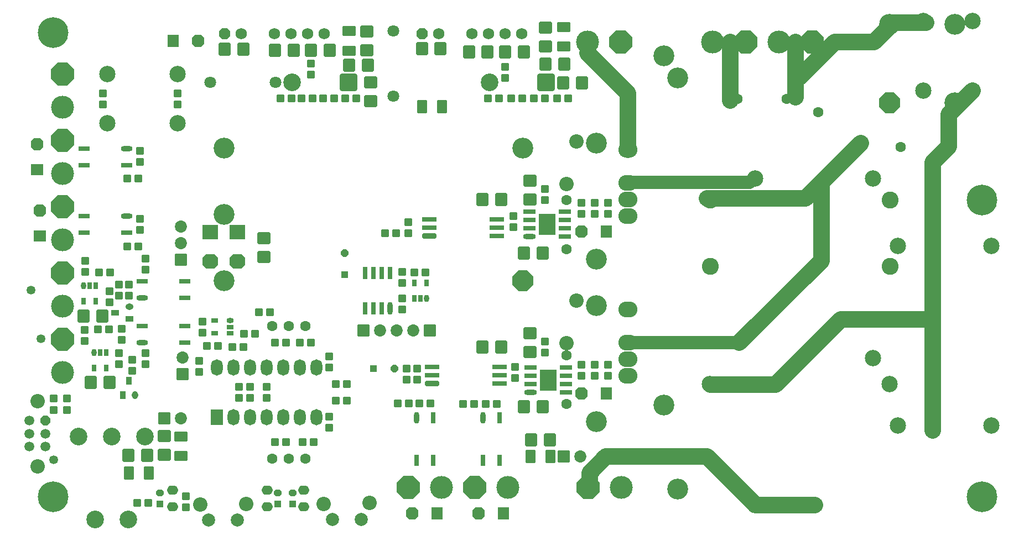
<source format=gbs>
G04 Layer_Color=16711935*
%FSLAX25Y25*%
%MOIN*%
G70*
G01*
G75*
%ADD87C,0.10000*%
%ADD88C,0.08000*%
%ADD95C,0.08674*%
%ADD96C,0.05918*%
%ADD97P,0.06406X8X292.5*%
%ADD98C,0.09855*%
%ADD99C,0.07887*%
%ADD100C,0.06800*%
%ADD101P,0.07360X8X22.5*%
%ADD102C,0.07300*%
G04:AMPARAMS|DCode=103|XSize=73mil|YSize=73mil|CornerRadius=7.25mil|HoleSize=0mil|Usage=FLASHONLY|Rotation=180.000|XOffset=0mil|YOffset=0mil|HoleType=Round|Shape=RoundedRectangle|*
%AMROUNDEDRECTD103*
21,1,0.07300,0.05850,0,0,180.0*
21,1,0.05850,0.07300,0,0,180.0*
1,1,0.01450,-0.02925,0.02925*
1,1,0.01450,0.02925,0.02925*
1,1,0.01450,0.02925,-0.02925*
1,1,0.01450,-0.02925,-0.02925*
%
%ADD103ROUNDEDRECTD103*%
%ADD104C,0.12611*%
%ADD105P,0.13650X8X292.5*%
G04:AMPARAMS|DCode=106|XSize=73mil|YSize=73mil|CornerRadius=7.25mil|HoleSize=0mil|Usage=FLASHONLY|Rotation=90.000|XOffset=0mil|YOffset=0mil|HoleType=Round|Shape=RoundedRectangle|*
%AMROUNDEDRECTD106*
21,1,0.07300,0.05850,0,0,90.0*
21,1,0.05850,0.07300,0,0,90.0*
1,1,0.01450,0.02925,0.02925*
1,1,0.01450,0.02925,-0.02925*
1,1,0.01450,-0.02925,-0.02925*
1,1,0.01450,-0.02925,0.02925*
%
%ADD106ROUNDEDRECTD106*%
%ADD107C,0.10642*%
G04:AMPARAMS|DCode=108|XSize=106.42mil|YSize=106.42mil|CornerRadius=13.84mil|HoleSize=0mil|Usage=FLASHONLY|Rotation=0.000|XOffset=0mil|YOffset=0mil|HoleType=Round|Shape=RoundedRectangle|*
%AMROUNDEDRECTD108*
21,1,0.10642,0.07874,0,0,0.0*
21,1,0.07874,0.10642,0,0,0.0*
1,1,0.02769,0.03937,-0.03937*
1,1,0.02769,-0.03937,-0.03937*
1,1,0.02769,-0.03937,0.03937*
1,1,0.02769,0.03937,0.03937*
%
%ADD108ROUNDEDRECTD108*%
%ADD109C,0.07099*%
%ADD110P,0.13650X8X202.5*%
%ADD111P,0.14929X8X292.5*%
%ADD112C,0.13792*%
%ADD113C,0.10249*%
%ADD114C,0.06312*%
%ADD115O,0.06706X0.05524*%
%ADD116P,0.14929X8X202.5*%
%ADD117O,0.11430X0.09619*%
%ADD118O,0.07200X0.09800*%
%ADD119R,0.07200X0.09800*%
%ADD120C,0.18517*%
%ADD121C,0.05300*%
G04:AMPARAMS|DCode=122|XSize=48mil|YSize=48mil|CornerRadius=7mil|HoleSize=0mil|Usage=FLASHONLY|Rotation=180.000|XOffset=0mil|YOffset=0mil|HoleType=Round|Shape=RoundedRectangle|*
%AMROUNDEDRECTD122*
21,1,0.04800,0.03400,0,0,180.0*
21,1,0.03400,0.04800,0,0,180.0*
1,1,0.01400,-0.01700,0.01700*
1,1,0.01400,0.01700,0.01700*
1,1,0.01400,0.01700,-0.01700*
1,1,0.01400,-0.01700,-0.01700*
%
%ADD122ROUNDEDRECTD122*%
%ADD123R,0.04800X0.03800*%
%ADD124O,0.04800X0.03800*%
%ADD125R,0.03800X0.04800*%
%ADD126O,0.03800X0.04800*%
%ADD127O,0.03162X0.04343*%
%ADD128R,0.03162X0.04343*%
%ADD129O,0.07690X0.03162*%
%ADD130R,0.07690X0.03162*%
%ADD131R,0.10249X0.13005*%
G04:AMPARAMS|DCode=132|XSize=31.62mil|YSize=88.71mil|CornerRadius=0mil|HoleSize=0mil|Usage=FLASHONLY|Rotation=270.000|XOffset=0mil|YOffset=0mil|HoleType=Round|Shape=Octagon|*
%AMOCTAGOND132*
4,1,8,0.04435,0.00791,0.04435,-0.00791,0.03645,-0.01581,-0.03645,-0.01581,-0.04435,-0.00791,-0.04435,0.00791,-0.03645,0.01581,0.03645,0.01581,0.04435,0.00791,0.0*
%
%ADD132OCTAGOND132*%

%ADD133R,0.08871X0.03162*%
%ADD134R,0.03162X0.07690*%
%ADD135O,0.03162X0.07690*%
G04:AMPARAMS|DCode=136|XSize=48mil|YSize=48mil|CornerRadius=7mil|HoleSize=0mil|Usage=FLASHONLY|Rotation=270.000|XOffset=0mil|YOffset=0mil|HoleType=Round|Shape=RoundedRectangle|*
%AMROUNDEDRECTD136*
21,1,0.04800,0.03400,0,0,270.0*
21,1,0.03400,0.04800,0,0,270.0*
1,1,0.01400,-0.01700,-0.01700*
1,1,0.01400,-0.01700,0.01700*
1,1,0.01400,0.01700,0.01700*
1,1,0.01400,0.01700,-0.01700*
%
%ADD136ROUNDEDRECTD136*%
G04:AMPARAMS|DCode=137|XSize=71mil|YSize=79mil|CornerRadius=8.73mil|HoleSize=0mil|Usage=FLASHONLY|Rotation=90.000|XOffset=0mil|YOffset=0mil|HoleType=Round|Shape=RoundedRectangle|*
%AMROUNDEDRECTD137*
21,1,0.07100,0.06155,0,0,90.0*
21,1,0.05355,0.07900,0,0,90.0*
1,1,0.01745,0.03078,0.02678*
1,1,0.01745,0.03078,-0.02678*
1,1,0.01745,-0.03078,-0.02678*
1,1,0.01745,-0.03078,0.02678*
%
%ADD137ROUNDEDRECTD137*%
G04:AMPARAMS|DCode=138|XSize=71mil|YSize=79mil|CornerRadius=8.73mil|HoleSize=0mil|Usage=FLASHONLY|Rotation=0.000|XOffset=0mil|YOffset=0mil|HoleType=Round|Shape=RoundedRectangle|*
%AMROUNDEDRECTD138*
21,1,0.07100,0.06155,0,0,0.0*
21,1,0.05355,0.07900,0,0,0.0*
1,1,0.01745,0.02678,-0.03078*
1,1,0.01745,-0.02678,-0.03078*
1,1,0.01745,-0.02678,0.03078*
1,1,0.01745,0.02678,0.03078*
%
%ADD138ROUNDEDRECTD138*%
%ADD139R,0.09461X0.08871*%
G04:AMPARAMS|DCode=140|XSize=94.61mil|YSize=88.71mil|CornerRadius=0mil|HoleSize=0mil|Usage=FLASHONLY|Rotation=0.000|XOffset=0mil|YOffset=0mil|HoleType=Round|Shape=Octagon|*
%AMOCTAGOND140*
4,1,8,0.04731,-0.02218,0.04731,0.02218,0.02513,0.04435,-0.02513,0.04435,-0.04731,0.02218,-0.04731,-0.02218,-0.02513,-0.04435,0.02513,-0.04435,0.04731,-0.02218,0.0*
%
%ADD140OCTAGOND140*%

%ADD141R,0.07099X0.03162*%
%ADD142O,0.07099X0.03162*%
%ADD143R,0.07493X0.07099*%
G04:AMPARAMS|DCode=144|XSize=74.93mil|YSize=70.99mil|CornerRadius=0mil|HoleSize=0mil|Usage=FLASHONLY|Rotation=0.000|XOffset=0mil|YOffset=0mil|HoleType=Round|Shape=Octagon|*
%AMOCTAGOND144*
4,1,8,0.03747,-0.01775,0.03747,0.01775,0.01972,0.03550,-0.01972,0.03550,-0.03747,0.01775,-0.03747,-0.01775,-0.01972,-0.03550,0.01972,-0.03550,0.03747,-0.01775,0.0*
%
%ADD144OCTAGOND144*%

G04:AMPARAMS|DCode=145|XSize=74.93mil|YSize=70.99mil|CornerRadius=0mil|HoleSize=0mil|Usage=FLASHONLY|Rotation=270.000|XOffset=0mil|YOffset=0mil|HoleType=Round|Shape=Octagon|*
%AMOCTAGOND145*
4,1,8,-0.01775,-0.03747,0.01775,-0.03747,0.03550,-0.01972,0.03550,0.01972,0.01775,0.03747,-0.01775,0.03747,-0.03550,0.01972,-0.03550,-0.01972,-0.01775,-0.03747,0.0*
%
%ADD145OCTAGOND145*%

%ADD146R,0.07099X0.07493*%
%ADD147P,0.04701X8X292.5*%
%ADD148R,0.04343X0.04343*%
%ADD149P,0.04701X8X22.5*%
%ADD150R,0.04343X0.04343*%
G04:AMPARAMS|DCode=151|XSize=43.43mil|YSize=41.47mil|CornerRadius=0mil|HoleSize=0mil|Usage=FLASHONLY|Rotation=0.000|XOffset=0mil|YOffset=0mil|HoleType=Round|Shape=Octagon|*
%AMOCTAGOND151*
4,1,8,0.02172,-0.01037,0.02172,0.01037,0.01135,0.02073,-0.01135,0.02073,-0.02172,0.01037,-0.02172,-0.01037,-0.01135,-0.02073,0.01135,-0.02073,0.02172,-0.01037,0.0*
%
%ADD151OCTAGOND151*%

%ADD152R,0.04343X0.04147*%
%ADD153R,0.04343X0.03162*%
%ADD154O,0.04343X0.03162*%
G04:AMPARAMS|DCode=155|XSize=63.12mil|YSize=78.87mil|CornerRadius=8.13mil|HoleSize=0mil|Usage=FLASHONLY|Rotation=90.000|XOffset=0mil|YOffset=0mil|HoleType=Round|Shape=RoundedRectangle|*
%AMROUNDEDRECTD155*
21,1,0.06312,0.06260,0,0,90.0*
21,1,0.04685,0.07887,0,0,90.0*
1,1,0.01627,0.03130,0.02343*
1,1,0.01627,0.03130,-0.02343*
1,1,0.01627,-0.03130,-0.02343*
1,1,0.01627,-0.03130,0.02343*
%
%ADD155ROUNDEDRECTD155*%
G04:AMPARAMS|DCode=156|XSize=63.12mil|YSize=78.87mil|CornerRadius=8.13mil|HoleSize=0mil|Usage=FLASHONLY|Rotation=0.000|XOffset=0mil|YOffset=0mil|HoleType=Round|Shape=RoundedRectangle|*
%AMROUNDEDRECTD156*
21,1,0.06312,0.06260,0,0,0.0*
21,1,0.04685,0.07887,0,0,0.0*
1,1,0.01627,0.02343,-0.03130*
1,1,0.01627,-0.02343,-0.03130*
1,1,0.01627,-0.02343,0.03130*
1,1,0.01627,0.02343,0.03130*
%
%ADD156ROUNDEDRECTD156*%
%ADD157O,0.03162X0.07099*%
%ADD158R,0.03162X0.07099*%
G54D87*
X478346Y210630D02*
Y214567D01*
X488189Y224410D01*
X549213D01*
X578547Y195075D01*
X613980D01*
X685039Y240158D02*
Y401575D01*
X694882Y411417D01*
Y430882D01*
X709000Y445000D01*
X681102Y486221D02*
X661417D01*
X649606Y474409D01*
X625984D01*
X604331Y452756D01*
X602362Y440945D02*
Y474409D01*
X562992D02*
Y438976D01*
X549213Y379921D02*
X608268D01*
X618110Y389764D01*
Y389764D02*
X641732Y413386D01*
X618110Y389764D02*
Y342520D01*
X568590Y293000D01*
X551181Y267717D02*
X590551D01*
X629921Y307087D01*
X683071D01*
X501500Y443382D02*
X477000Y467882D01*
X501500Y443382D02*
Y409500D01*
G54D88*
X501500Y293000D02*
X568590D01*
X574803Y389764D02*
X501968D01*
G54D95*
X145669Y218504D02*
D03*
Y257874D02*
D03*
X243721Y195374D02*
D03*
X271280Y195768D02*
D03*
X318220Y195874D02*
D03*
X345779Y196268D02*
D03*
X464547Y292705D02*
D03*
X470453Y318295D02*
D03*
X464547Y388705D02*
D03*
X470453Y414295D02*
D03*
G54D96*
X140748Y230315D02*
D03*
Y238189D02*
D03*
X150591D02*
D03*
Y230315D02*
D03*
X140748Y246063D02*
D03*
G54D97*
X150591Y246063D02*
D03*
G54D98*
X230000Y425472D02*
D03*
Y455000D02*
D03*
X187874D02*
D03*
Y425472D02*
D03*
X550732Y268000D02*
D03*
X578000Y195075D02*
D03*
X664000Y243000D02*
D03*
X659000Y268000D02*
D03*
X649000Y283866D02*
D03*
X664000Y351268D02*
D03*
X649000Y392134D02*
D03*
X709000Y445000D02*
D03*
Y487126D02*
D03*
X679472D02*
D03*
Y445000D02*
D03*
X720472Y351378D02*
D03*
Y243110D02*
D03*
X578000Y391925D02*
D03*
G54D99*
X248839Y185925D02*
D03*
X266161D02*
D03*
X323339Y186425D02*
D03*
X340661D02*
D03*
G54D100*
X437500Y479500D02*
D03*
X427500D02*
D03*
X417500D02*
D03*
X407500D02*
D03*
X387500D02*
D03*
X318500D02*
D03*
X308500D02*
D03*
X298500D02*
D03*
X288500D02*
D03*
X268500D02*
D03*
G54D101*
X377500Y479500D02*
D03*
X258500D02*
D03*
G54D102*
X232000Y247500D02*
D03*
X233000Y284000D02*
D03*
X232000Y353000D02*
D03*
Y363000D02*
D03*
X352000Y300374D02*
D03*
X362000D02*
D03*
X372000D02*
D03*
X472598Y224410D02*
D03*
G54D103*
X222000Y247500D02*
D03*
X342000Y300374D02*
D03*
X382000D02*
D03*
X462598Y224410D02*
D03*
G54D104*
X258000Y330500D02*
D03*
Y370500D02*
D03*
Y410500D02*
D03*
X438000D02*
D03*
X482500Y413500D02*
D03*
X531496Y452756D02*
D03*
X522991Y466112D02*
D03*
X482500Y343500D02*
D03*
Y315500D02*
D03*
Y245500D02*
D03*
X531496Y204724D02*
D03*
X523000Y255500D02*
D03*
X698500Y437756D02*
D03*
Y485000D02*
D03*
X659130D02*
D03*
G54D105*
X659130Y437756D02*
D03*
G54D106*
X233000Y274000D02*
D03*
X232000Y343000D02*
D03*
G54D107*
X180500Y186500D02*
D03*
X200500D02*
D03*
X210500Y236500D02*
D03*
X190500D02*
D03*
X170500D02*
D03*
X299000Y450000D02*
D03*
X418000D02*
D03*
G54D108*
X452000Y450000D02*
D03*
X333000D02*
D03*
G54D109*
X360000Y441815D02*
D03*
Y481185D02*
D03*
X289185Y450000D02*
D03*
X249815D02*
D03*
G54D110*
X438000Y330500D02*
D03*
G54D111*
X160748Y295000D02*
D03*
Y335000D02*
D03*
Y375000D02*
D03*
Y415000D02*
D03*
Y455000D02*
D03*
G54D112*
X160748Y275000D02*
D03*
Y315000D02*
D03*
Y355000D02*
D03*
Y395000D02*
D03*
Y435000D02*
D03*
X389000Y205748D02*
D03*
X429000D02*
D03*
X497500D02*
D03*
X592500Y474252D02*
D03*
X552500D02*
D03*
X477000D02*
D03*
G54D113*
X551232Y339000D02*
D03*
Y379157D02*
D03*
X659500Y339000D02*
D03*
Y379157D02*
D03*
G54D114*
X287000Y223000D02*
D03*
X297000D02*
D03*
X307000D02*
D03*
Y303000D02*
D03*
X297000D02*
D03*
X287000D02*
D03*
X464500Y256000D02*
D03*
Y285528D02*
D03*
Y349500D02*
D03*
Y379028D02*
D03*
X567421Y440000D02*
D03*
X596949D02*
D03*
X616142Y432087D02*
D03*
Y461614D02*
D03*
X665736Y411000D02*
D03*
X695264D02*
D03*
G54D115*
X227000Y194000D02*
D03*
Y204000D02*
D03*
X284000Y194000D02*
D03*
Y204000D02*
D03*
X306000Y194000D02*
D03*
Y204000D02*
D03*
G54D116*
X369000Y205748D02*
D03*
X409000D02*
D03*
X477500D02*
D03*
X612500Y474252D02*
D03*
X572500D02*
D03*
X497000D02*
D03*
G54D117*
X501500Y273000D02*
D03*
Y283000D02*
D03*
Y293000D02*
D03*
Y313000D02*
D03*
Y369500D02*
D03*
Y379500D02*
D03*
Y389500D02*
D03*
Y409500D02*
D03*
G54D118*
X263653Y248000D02*
D03*
X273654D02*
D03*
X283653D02*
D03*
X293653D02*
D03*
X303654D02*
D03*
X313653D02*
D03*
Y278000D02*
D03*
X303654D02*
D03*
X293653D02*
D03*
X283653D02*
D03*
X273654D02*
D03*
X263653D02*
D03*
X253654D02*
D03*
G54D119*
X253654Y248000D02*
D03*
G54D120*
X155000Y200000D02*
D03*
Y480000D02*
D03*
X714685Y200000D02*
D03*
Y379000D02*
D03*
G54D121*
X155512Y222441D02*
D03*
X147638Y295276D02*
D03*
X141732Y324803D02*
D03*
G54D122*
X235000Y193654D02*
D03*
Y200346D02*
D03*
X283653Y259653D02*
D03*
Y266347D02*
D03*
X273654D02*
D03*
X267000D02*
D03*
Y259653D02*
D03*
X273654D02*
D03*
X243000Y275500D02*
D03*
Y282193D02*
D03*
X245000Y299153D02*
D03*
Y305847D02*
D03*
X210630Y337205D02*
D03*
Y343898D02*
D03*
X200787Y328150D02*
D03*
Y321457D02*
D03*
X194882D02*
D03*
Y328150D02*
D03*
X188976Y324213D02*
D03*
Y317520D02*
D03*
X196500Y301346D02*
D03*
Y294654D02*
D03*
X194882Y286811D02*
D03*
Y280118D02*
D03*
X202756Y282874D02*
D03*
Y276181D02*
D03*
X210630Y280118D02*
D03*
Y286811D02*
D03*
X174000Y294153D02*
D03*
Y300847D02*
D03*
X174500Y335653D02*
D03*
Y342347D02*
D03*
X207500Y361154D02*
D03*
Y367846D02*
D03*
Y402153D02*
D03*
Y408847D02*
D03*
X230000Y436654D02*
D03*
Y443347D02*
D03*
X185000D02*
D03*
Y436654D02*
D03*
X310500Y454654D02*
D03*
Y461346D02*
D03*
X369017Y365846D02*
D03*
Y359154D02*
D03*
X365500Y335720D02*
D03*
Y329028D02*
D03*
Y319721D02*
D03*
Y313028D02*
D03*
X368000Y277346D02*
D03*
X374500D02*
D03*
Y270654D02*
D03*
X368000D02*
D03*
X321500Y278153D02*
D03*
Y284846D02*
D03*
Y248346D02*
D03*
Y241653D02*
D03*
X433500Y271654D02*
D03*
X451500Y287154D02*
D03*
X473500Y273153D02*
D03*
X481500D02*
D03*
X489500D02*
D03*
Y279847D02*
D03*
X481500D02*
D03*
X473500D02*
D03*
X451500Y293847D02*
D03*
X433500Y278346D02*
D03*
X432517Y362653D02*
D03*
X451500Y379153D02*
D03*
X473517Y377346D02*
D03*
Y370654D02*
D03*
X481517D02*
D03*
Y377346D02*
D03*
X489517D02*
D03*
Y370654D02*
D03*
X451500Y385846D02*
D03*
X432517Y369346D02*
D03*
X427500Y452852D02*
D03*
Y459546D02*
D03*
X163386Y259252D02*
D03*
Y252559D02*
D03*
X155512D02*
D03*
Y259252D02*
D03*
G54D123*
X201181Y307283D02*
D03*
X192520Y311024D02*
D03*
G54D124*
X201181Y314764D02*
D03*
G54D125*
X200787Y270079D02*
D03*
X197047Y261417D02*
D03*
G54D126*
X204528Y261417D02*
D03*
G54D127*
X179760Y287224D02*
D03*
X173425Y327559D02*
D03*
X380240Y319650D02*
D03*
G54D128*
X187240Y277776D02*
D03*
Y287224D02*
D03*
X183500D02*
D03*
X179760Y277776D02*
D03*
X180905Y318110D02*
D03*
X173425D02*
D03*
X177165Y327559D02*
D03*
X180905D02*
D03*
X372760Y319650D02*
D03*
X376500D02*
D03*
X372760Y329098D02*
D03*
X380240D02*
D03*
G54D129*
X442870Y263000D02*
D03*
X442220Y357000D02*
D03*
G54D130*
X442870Y268000D02*
D03*
Y273000D02*
D03*
Y278000D02*
D03*
X464130Y273000D02*
D03*
Y268000D02*
D03*
Y263000D02*
D03*
Y278000D02*
D03*
X463480Y357000D02*
D03*
Y362000D02*
D03*
Y367000D02*
D03*
Y372000D02*
D03*
X442220D02*
D03*
Y367000D02*
D03*
Y362000D02*
D03*
G54D131*
X453500Y270500D02*
D03*
X452850Y364500D02*
D03*
G54D132*
X381741Y357500D02*
D03*
X383449Y268500D02*
D03*
G54D133*
X381741Y362500D02*
D03*
Y367500D02*
D03*
X422292Y362500D02*
D03*
Y357500D02*
D03*
Y367500D02*
D03*
X383449Y278500D02*
D03*
Y273500D02*
D03*
X424000D02*
D03*
Y268500D02*
D03*
Y278500D02*
D03*
G54D134*
X343000Y313744D02*
D03*
X348000D02*
D03*
X353000D02*
D03*
Y335004D02*
D03*
X358000D02*
D03*
X348000D02*
D03*
X343000D02*
D03*
G54D135*
X358000Y313744D02*
D03*
G54D136*
X205654Y196500D02*
D03*
X212347D02*
D03*
X288653Y233000D02*
D03*
X295346D02*
D03*
X305307D02*
D03*
X312000D02*
D03*
X325307Y258000D02*
D03*
X332000D02*
D03*
Y268000D02*
D03*
X325307D02*
D03*
X362653Y256500D02*
D03*
X369346D02*
D03*
X375654D02*
D03*
X382347D02*
D03*
X402153Y256000D02*
D03*
X408847D02*
D03*
X415654D02*
D03*
X422346D02*
D03*
X379346Y335374D02*
D03*
X372654D02*
D03*
X361846Y359000D02*
D03*
X355153D02*
D03*
X310347Y293000D02*
D03*
X303654D02*
D03*
X295346D02*
D03*
X285846Y311500D02*
D03*
X279153D02*
D03*
X276847Y298500D02*
D03*
X288653Y293000D02*
D03*
X270153Y298500D02*
D03*
X269847Y290500D02*
D03*
X263154D02*
D03*
X254346Y291000D02*
D03*
X247654D02*
D03*
X206347Y351000D02*
D03*
X199653D02*
D03*
X189347Y335500D02*
D03*
X182653D02*
D03*
X182153Y301000D02*
D03*
X188847D02*
D03*
X199653Y392000D02*
D03*
X206347D02*
D03*
X292154Y440500D02*
D03*
X298847D02*
D03*
X304654D02*
D03*
X311347D02*
D03*
X317653D02*
D03*
X324346D02*
D03*
X331153D02*
D03*
X337846D02*
D03*
X417154D02*
D03*
X423846D02*
D03*
X430955D02*
D03*
X437647D02*
D03*
X444756D02*
D03*
X451448D02*
D03*
X458653D02*
D03*
X465346D02*
D03*
G54D137*
X222000Y225400D02*
D03*
Y236600D02*
D03*
X282000Y344900D02*
D03*
Y356100D02*
D03*
X346500Y438900D02*
D03*
Y450100D02*
D03*
X344000Y469400D02*
D03*
Y480600D02*
D03*
X442500Y390600D02*
D03*
Y379400D02*
D03*
Y298600D02*
D03*
Y287400D02*
D03*
X451801Y471900D02*
D03*
Y483100D02*
D03*
G54D138*
X200400Y225000D02*
D03*
X211600D02*
D03*
X189100Y269000D02*
D03*
X177900D02*
D03*
X184734Y309055D02*
D03*
X173534D02*
D03*
X321600Y469500D02*
D03*
X333400Y460500D02*
D03*
X344600D02*
D03*
X377300Y470500D02*
D03*
X388500D02*
D03*
X405599Y468500D02*
D03*
X416799D02*
D03*
X427400D02*
D03*
X438600D02*
D03*
X451900Y461199D02*
D03*
X462400Y449801D02*
D03*
X473600D02*
D03*
X463100Y461199D02*
D03*
X425100Y379500D02*
D03*
X413900D02*
D03*
X438900Y347000D02*
D03*
X450100D02*
D03*
X425100Y290500D02*
D03*
X413900D02*
D03*
X438900Y254500D02*
D03*
X443219Y234252D02*
D03*
X454419D02*
D03*
X450100Y254500D02*
D03*
X310400Y469500D02*
D03*
X300100D02*
D03*
X288900D02*
D03*
X269600Y470000D02*
D03*
X258400D02*
D03*
G54D139*
X266000Y359858D02*
D03*
X249645D02*
D03*
G54D140*
X266000Y342142D02*
D03*
X249645D02*
D03*
G54D141*
X234295Y293000D02*
D03*
Y303000D02*
D03*
Y320000D02*
D03*
Y330000D02*
D03*
X199295Y359500D02*
D03*
X208705Y330000D02*
D03*
Y303000D02*
D03*
X173705Y359500D02*
D03*
Y369500D02*
D03*
X199295Y400000D02*
D03*
X173705D02*
D03*
Y410000D02*
D03*
G54D142*
X208705Y293000D02*
D03*
Y320000D02*
D03*
X199295Y369500D02*
D03*
Y410000D02*
D03*
G54D143*
X147000Y357421D02*
D03*
X145500Y397421D02*
D03*
G54D144*
X147000Y372579D02*
D03*
X145500Y412579D02*
D03*
G54D145*
X371421Y190000D02*
D03*
X411421D02*
D03*
X473421Y262500D02*
D03*
X473438Y360000D02*
D03*
X242579Y475000D02*
D03*
G54D146*
X386579Y190000D02*
D03*
X426579D02*
D03*
X488579Y262500D02*
D03*
X488595Y360000D02*
D03*
X227421Y475000D02*
D03*
G54D147*
X360898Y277500D02*
D03*
G54D148*
X348102Y277500D02*
D03*
G54D149*
X330709Y346949D02*
D03*
G54D150*
X330709Y334154D02*
D03*
G54D151*
X219500Y202248D02*
D03*
X290500D02*
D03*
X299500D02*
D03*
G54D152*
X219500Y195752D02*
D03*
X290500D02*
D03*
X299500D02*
D03*
G54D153*
X261724Y298760D02*
D03*
Y302500D02*
D03*
X252276Y306240D02*
D03*
Y298760D02*
D03*
G54D154*
X261724Y306240D02*
D03*
G54D155*
X232000Y224594D02*
D03*
Y236405D02*
D03*
X462602Y471594D02*
D03*
Y483405D02*
D03*
X333500Y480905D02*
D03*
Y469095D02*
D03*
G54D156*
X200787Y214567D02*
D03*
X212598D02*
D03*
X389405Y435500D02*
D03*
X377594D02*
D03*
X442913Y224410D02*
D03*
X454724D02*
D03*
G54D157*
X374000Y247795D02*
D03*
X414000D02*
D03*
G54D158*
X374000Y222205D02*
D03*
X384000D02*
D03*
X414000D02*
D03*
X424000D02*
D03*
Y247795D02*
D03*
X384000D02*
D03*
M02*

</source>
